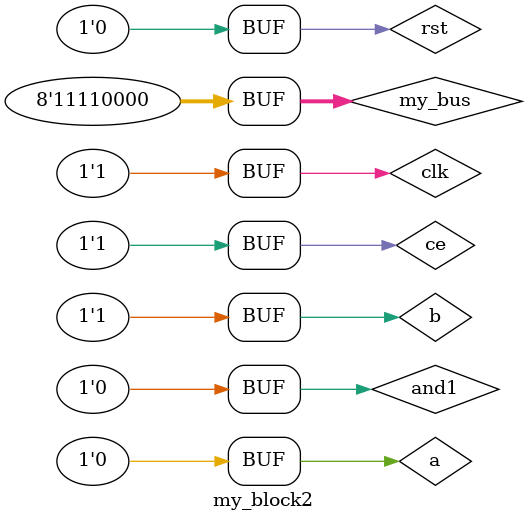
<source format=v>
`timescale 1ns / 1ps


module my_block2;
    reg rst, ce, clk, and1;
    reg [7:0] my_bus;

    reg a = 1'b0;
    reg b = 1'b1;
    
    initial
    begin
        rst <= 1'b1;
        #20 rst <= 1'b0;
        ce <= 1'b1;
        #5 my_bus <= 8'b11110000;
        #10 clk <= 1'b1;
        #15 and1 <= (a&b);
    end
endmodule
</source>
